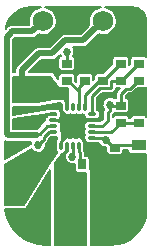
<source format=gtl>
%TF.FileFunction,Copper,L1,Top,Signal*%
%FSLAX46Y46*%
G04 Gerber Fmt 4.6, Leading zero omitted, Abs format (unit mm)*
G04 Created by KiCad (PCBNEW (2014-12-19 BZR 5328)-product) date 23/12/2014 01:10:06*
%MOMM*%
G01*
G04 APERTURE LIST*
%ADD10C,0.127000*%
%ADD11R,0.850000X1.650000*%
%ADD12R,0.650000X0.850000*%
%ADD13R,1.250000X0.850000*%
%ADD14R,0.850000X0.650000*%
%ADD15R,1.650000X0.850000*%
%ADD16C,1.750000*%
%ADD17R,2.050000X2.050000*%
%ADD18R,0.900000X0.900000*%
%ADD19C,0.685800*%
%ADD20O,0.280000X0.800000*%
%ADD21O,0.800000X0.280000*%
%ADD22R,1.500000X3.600000*%
%ADD23R,2.100000X0.950000*%
%ADD24C,0.225000*%
%ADD25C,0.500000*%
%ADD26C,0.254000*%
%ADD27C,0.200000*%
G04 APERTURE END LIST*
D10*
D11*
X130301000Y-95250000D03*
X133351000Y-95250000D03*
D12*
X130339000Y-93472000D03*
X131789000Y-93472000D03*
X130337498Y-92126811D03*
X131787498Y-92126811D03*
D13*
X135128000Y-90515000D03*
X135128000Y-92365000D03*
D14*
X133096000Y-90715000D03*
X133096000Y-92165000D03*
X127254000Y-85053000D03*
X127254000Y-83603000D03*
D15*
X125222000Y-85091000D03*
X125222000Y-82041000D03*
D16*
X129540000Y-97790000D03*
X132080000Y-97790000D03*
X127000000Y-80010000D03*
X129540000Y-80010000D03*
X132080000Y-80010000D03*
X134620000Y-80010000D03*
D17*
X129540000Y-88900000D03*
D18*
X128990000Y-88350000D03*
X130090000Y-88350000D03*
X130090000Y-89450000D03*
X128990000Y-89450000D03*
D19*
X128940000Y-88900000D03*
X130140000Y-88900000D03*
X129540000Y-88300000D03*
X129540000Y-89500000D03*
X129540000Y-88900000D03*
D20*
X128540000Y-90550000D03*
X129040000Y-90550000D03*
X129540000Y-90550000D03*
X130040000Y-90550000D03*
X130540000Y-90550000D03*
X130540000Y-87250000D03*
X130040000Y-87250000D03*
X129540000Y-87250000D03*
X129040000Y-87250000D03*
X128540000Y-87250000D03*
D21*
X131190000Y-89900000D03*
X131190000Y-89400000D03*
X131190000Y-88900000D03*
X131190000Y-88400000D03*
X131190000Y-87900000D03*
X127890000Y-87900000D03*
X127890000Y-88400000D03*
X127890000Y-88900000D03*
X127890000Y-89400000D03*
X127890000Y-89900000D03*
D22*
X128740520Y-93817440D03*
X124690520Y-93817440D03*
D23*
X125476000Y-88755000D03*
X125476000Y-86505000D03*
D14*
X130556000Y-85053000D03*
X130556000Y-83603000D03*
X129032000Y-83603000D03*
X129032000Y-85053000D03*
X132080000Y-85053000D03*
X132080000Y-83603000D03*
X133604000Y-85053000D03*
X133604000Y-83603000D03*
X135128000Y-85053000D03*
X135128000Y-83603000D03*
X135128000Y-88609000D03*
X135128000Y-87159000D03*
X133604000Y-87159000D03*
X133604000Y-88609000D03*
D19*
X125100000Y-79700000D03*
X124750000Y-90500000D03*
X125900000Y-97600000D03*
X131300000Y-82700000D03*
X134392885Y-86393047D03*
X126617329Y-90515594D03*
X129504189Y-91474700D03*
X132344301Y-90063301D03*
X129035615Y-82625705D03*
X132699324Y-87092437D03*
D24*
X130556000Y-83603000D02*
X130556000Y-83444000D01*
X130556000Y-83444000D02*
X131300000Y-82700000D01*
X127254000Y-83603000D02*
X127354000Y-83603000D01*
X129818499Y-84240501D02*
X130456000Y-83603000D01*
X127354000Y-83603000D02*
X127991501Y-84240501D01*
X127991501Y-84240501D02*
X129818499Y-84240501D01*
X130456000Y-83603000D02*
X130556000Y-83603000D01*
D25*
X125222000Y-82041000D02*
X127509000Y-82041000D01*
X127509000Y-82041000D02*
X129540000Y-80010000D01*
X132200000Y-82658000D02*
X132200000Y-82430000D01*
X132200000Y-82430000D02*
X134620000Y-80010000D01*
X132080000Y-83603000D02*
X132080000Y-82778000D01*
X132080000Y-82778000D02*
X132200000Y-82658000D01*
D24*
X132080000Y-96521000D02*
X133351000Y-95250000D01*
X132080000Y-97790000D02*
X132080000Y-96521000D01*
X135128000Y-87159000D02*
X135128000Y-87128162D01*
X135128000Y-87128162D02*
X134392885Y-86393047D01*
X133351000Y-95250000D02*
X133351000Y-94850000D01*
X133351000Y-94850000D02*
X131973000Y-93472000D01*
X131973000Y-93472000D02*
X131789000Y-93472000D01*
X131789000Y-93472000D02*
X131789000Y-92128313D01*
X131789000Y-92128313D02*
X131787498Y-92126811D01*
X133096000Y-92165000D02*
X131825687Y-92165000D01*
X131825687Y-92165000D02*
X131787498Y-92126811D01*
X130540000Y-90550000D02*
X130540000Y-90879313D01*
X130540000Y-90879313D02*
X131787498Y-92126811D01*
X125222000Y-82041000D02*
X125622000Y-82041000D01*
X127184000Y-83603000D02*
X127254000Y-83603000D01*
X131190000Y-88400000D02*
X130640000Y-88400000D01*
X130640000Y-88400000D02*
X130140000Y-88900000D01*
X128540000Y-87250000D02*
X128540000Y-87650055D01*
X128540000Y-87650055D02*
X128940000Y-88050055D01*
X128940000Y-88050055D02*
X128940000Y-88415067D01*
X128940000Y-88415067D02*
X128940000Y-88900000D01*
X127890000Y-88400000D02*
X128440000Y-88400000D01*
X128440000Y-88400000D02*
X128940000Y-88900000D01*
X128540000Y-90550000D02*
X128540000Y-90149945D01*
X128540000Y-90149945D02*
X129540000Y-89149945D01*
X129540000Y-89149945D02*
X129540000Y-88900000D01*
X130540000Y-90550000D02*
X130540000Y-90149945D01*
X130540000Y-90149945D02*
X130140000Y-89749945D01*
X130140000Y-89749945D02*
X130140000Y-89384933D01*
X130140000Y-89384933D02*
X130140000Y-88900000D01*
X132879000Y-91948000D02*
X133096000Y-92165000D01*
X135128000Y-92365000D02*
X133296000Y-92365000D01*
X133296000Y-92365000D02*
X133096000Y-92165000D01*
D26*
X130556000Y-83603000D02*
X132080000Y-83603000D01*
D24*
X130040000Y-90550000D02*
X130040000Y-91040517D01*
X130040000Y-91040517D02*
X130159590Y-91160107D01*
X130159590Y-91160107D02*
X130159590Y-91948903D01*
X130159590Y-91948903D02*
X130337498Y-92126811D01*
X127079683Y-90053240D02*
X126960228Y-90172695D01*
X127079683Y-89810372D02*
X127079683Y-90053240D01*
X127890000Y-89400000D02*
X127490055Y-89400000D01*
X126960228Y-90172695D02*
X126617329Y-90515594D01*
X127490055Y-89400000D02*
X127079683Y-89810372D01*
X129540000Y-91438889D02*
X129504189Y-91474700D01*
X129540000Y-90550000D02*
X129540000Y-91438889D01*
X132344301Y-90063301D02*
X132181000Y-89900000D01*
X133096000Y-90715000D02*
X132996000Y-90715000D01*
X132996000Y-90715000D02*
X132344301Y-90063301D01*
X135128000Y-90515000D02*
X133296000Y-90515000D01*
X133296000Y-90515000D02*
X133096000Y-90715000D01*
X132181000Y-89900000D02*
X131190000Y-89900000D01*
X125696000Y-93726000D02*
X124721000Y-93726000D01*
X127890000Y-91532000D02*
X125696000Y-93726000D01*
X127890000Y-89900000D02*
X127890000Y-91532000D01*
X127890000Y-87900000D02*
X127328857Y-87900000D01*
X126383000Y-88755000D02*
X127238000Y-87900000D01*
X127238000Y-87900000D02*
X127328857Y-87900000D01*
X125476000Y-88755000D02*
X126383000Y-88755000D01*
D25*
X127000000Y-80010000D02*
X126125001Y-80884999D01*
X124380462Y-80884999D02*
X123934252Y-81331209D01*
X126125001Y-80884999D02*
X124380462Y-80884999D01*
X123934252Y-81331209D02*
X123934252Y-89548254D01*
X123934252Y-89548254D02*
X124079886Y-89693888D01*
X124079886Y-89693888D02*
X126517173Y-89693888D01*
D24*
X124084499Y-81365999D02*
X124279744Y-81170754D01*
X124084499Y-89451001D02*
X124084499Y-81365999D01*
X124175999Y-89542501D02*
X124084499Y-89451001D01*
X126746500Y-89542501D02*
X124175999Y-89542501D01*
X127890000Y-88900000D02*
X127389001Y-88900000D01*
X127389001Y-88900000D02*
X126746500Y-89542501D01*
X131190000Y-88900000D02*
X132033898Y-88900000D01*
X132033898Y-88900000D02*
X132499680Y-88434218D01*
X132499680Y-88434218D02*
X132499680Y-87777014D01*
X132499680Y-87777014D02*
X132699324Y-87577370D01*
X132699324Y-87577370D02*
X132699324Y-87092437D01*
X129032000Y-83603000D02*
X129032000Y-82629320D01*
X129032000Y-82629320D02*
X129035615Y-82625705D01*
X132765887Y-87159000D02*
X132699324Y-87092437D01*
X133604000Y-87159000D02*
X132765887Y-87159000D01*
X133604000Y-86609000D02*
X133604000Y-87159000D01*
X133604000Y-86211938D02*
X133604000Y-86609000D01*
X134078292Y-85737646D02*
X133604000Y-86211938D01*
X134343354Y-85737646D02*
X134078292Y-85737646D01*
X135028000Y-85053000D02*
X134343354Y-85737646D01*
X135128000Y-85053000D02*
X135028000Y-85053000D01*
X132813000Y-89400000D02*
X133604000Y-88609000D01*
X131190000Y-89400000D02*
X132813000Y-89400000D01*
X135128000Y-88609000D02*
X133604000Y-88609000D01*
X131190000Y-87900000D02*
X131190000Y-86308974D01*
X131190000Y-86308974D02*
X131808473Y-85690501D01*
X132755001Y-85690501D02*
X132817501Y-85628001D01*
X131808473Y-85690501D02*
X132755001Y-85690501D01*
X132817501Y-85628001D02*
X132817501Y-85053000D01*
X132817501Y-85053000D02*
X133604000Y-85053000D01*
X135128000Y-83603000D02*
X135054000Y-83603000D01*
X135054000Y-83603000D02*
X133604000Y-85053000D01*
X131775136Y-85053000D02*
X132080000Y-85053000D01*
X130540000Y-87250000D02*
X130540000Y-86288136D01*
X130540000Y-86288136D02*
X131775136Y-85053000D01*
X133604000Y-83603000D02*
X133530000Y-83603000D01*
X133530000Y-83603000D02*
X132080000Y-85053000D01*
X130040000Y-87250000D02*
X130040000Y-85569000D01*
X130040000Y-85569000D02*
X130556000Y-85053000D01*
X130040000Y-87250000D02*
X130040000Y-85961000D01*
X130040000Y-85961000D02*
X129132000Y-85053000D01*
X129132000Y-85053000D02*
X129032000Y-85053000D01*
X130301000Y-95250000D02*
X130301000Y-97029000D01*
X130301000Y-97029000D02*
X129540000Y-97790000D01*
X129040000Y-90550000D02*
X129040000Y-90951365D01*
X129040000Y-90951365D02*
X128771000Y-91220365D01*
X128771000Y-91220365D02*
X128771000Y-93726000D01*
X130301000Y-95250000D02*
X129651000Y-95250000D01*
X129651000Y-95250000D02*
X128771000Y-94370000D01*
X128771000Y-94370000D02*
X128771000Y-93726000D01*
X130339000Y-93472000D02*
X129025000Y-93472000D01*
X129025000Y-93472000D02*
X128771000Y-93726000D01*
D25*
X131205001Y-80884999D02*
X132080000Y-80010000D01*
X130440000Y-81650000D02*
X131205001Y-80884999D01*
X126646990Y-82741010D02*
X127798953Y-82741010D01*
X125222000Y-84166000D02*
X126646990Y-82741010D01*
X125222000Y-85091000D02*
X125222000Y-84166000D01*
X127798953Y-82741010D02*
X128889962Y-81650000D01*
X128889962Y-81650000D02*
X130440000Y-81650000D01*
D24*
X127254000Y-85053000D02*
X127154000Y-85053000D01*
X127154000Y-85053000D02*
X125702000Y-86505000D01*
X125702000Y-86505000D02*
X125476000Y-86505000D01*
X125222000Y-85091000D02*
X125222000Y-86251000D01*
X125222000Y-86251000D02*
X125476000Y-86505000D01*
X129040000Y-87250000D02*
X129040000Y-86625000D01*
X129040000Y-86625000D02*
X128920000Y-86505000D01*
X128920000Y-86505000D02*
X126751000Y-86505000D01*
X126751000Y-86505000D02*
X125476000Y-86505000D01*
D27*
G36*
X130650000Y-98950500D02*
X128050000Y-98950500D01*
X128050000Y-92033688D01*
X128656588Y-91235545D01*
X128704827Y-91221348D01*
X128780928Y-91181563D01*
X128847852Y-91127755D01*
X128903050Y-91061972D01*
X128944420Y-90986721D01*
X128970385Y-90904868D01*
X128979957Y-90819530D01*
X128980000Y-90813387D01*
X128980000Y-90810003D01*
X129000000Y-90783688D01*
X129000000Y-90400000D01*
X129100000Y-90400000D01*
X129100000Y-90813387D01*
X129100000Y-90970843D01*
X129099396Y-90971239D01*
X129009316Y-91059452D01*
X128938085Y-91163482D01*
X128888417Y-91279366D01*
X128862204Y-91402690D01*
X128860444Y-91528757D01*
X128883203Y-91652765D01*
X128929616Y-91769990D01*
X128997914Y-91875968D01*
X129085496Y-91966662D01*
X129189026Y-92038617D01*
X129304561Y-92089093D01*
X129427699Y-92116167D01*
X129553750Y-92118807D01*
X129677914Y-92096914D01*
X129711046Y-92084062D01*
X129711046Y-92551811D01*
X129715003Y-92600493D01*
X129740265Y-92681279D01*
X129786990Y-92751858D01*
X129851494Y-92806665D01*
X129928692Y-92841379D01*
X129953471Y-92844892D01*
X130008579Y-92900000D01*
X130650000Y-92900000D01*
X130650000Y-98950500D01*
X130650000Y-98950500D01*
G37*
X130650000Y-98950500D02*
X128050000Y-98950500D01*
X128050000Y-92033688D01*
X128656588Y-91235545D01*
X128704827Y-91221348D01*
X128780928Y-91181563D01*
X128847852Y-91127755D01*
X128903050Y-91061972D01*
X128944420Y-90986721D01*
X128970385Y-90904868D01*
X128979957Y-90819530D01*
X128980000Y-90813387D01*
X128980000Y-90810003D01*
X129000000Y-90783688D01*
X129000000Y-90400000D01*
X129100000Y-90400000D01*
X129100000Y-90813387D01*
X129100000Y-90970843D01*
X129099396Y-90971239D01*
X129009316Y-91059452D01*
X128938085Y-91163482D01*
X128888417Y-91279366D01*
X128862204Y-91402690D01*
X128860444Y-91528757D01*
X128883203Y-91652765D01*
X128929616Y-91769990D01*
X128997914Y-91875968D01*
X129085496Y-91966662D01*
X129189026Y-92038617D01*
X129304561Y-92089093D01*
X129427699Y-92116167D01*
X129553750Y-92118807D01*
X129677914Y-92096914D01*
X129711046Y-92084062D01*
X129711046Y-92551811D01*
X129715003Y-92600493D01*
X129740265Y-92681279D01*
X129786990Y-92751858D01*
X129851494Y-92806665D01*
X129928692Y-92841379D01*
X129953471Y-92844892D01*
X130008579Y-92900000D01*
X130650000Y-92900000D01*
X130650000Y-98950500D01*
G36*
X128200000Y-91165414D02*
X127667787Y-91842776D01*
X125394023Y-95550000D01*
X123850000Y-95550000D01*
X123807500Y-95550000D01*
X123807500Y-92100000D01*
X123927698Y-92100000D01*
X126052088Y-90825365D01*
X126111054Y-90916862D01*
X126198636Y-91007556D01*
X126302166Y-91079511D01*
X126417701Y-91129987D01*
X126540839Y-91157061D01*
X126666890Y-91159701D01*
X126791054Y-91137808D01*
X126908601Y-91092214D01*
X127015053Y-91024658D01*
X127106356Y-90937711D01*
X127179032Y-90834686D01*
X127230313Y-90719507D01*
X127258246Y-90596561D01*
X127260207Y-90456079D01*
X127371365Y-90344921D01*
X127395556Y-90315469D01*
X127420042Y-90286289D01*
X127421086Y-90284388D01*
X127422464Y-90282712D01*
X127440468Y-90249134D01*
X127458826Y-90215741D01*
X127459482Y-90213672D01*
X127460507Y-90211761D01*
X127471644Y-90175332D01*
X127483169Y-90139004D01*
X127483410Y-90136848D01*
X127484045Y-90134774D01*
X127487897Y-90096848D01*
X127492143Y-90058999D01*
X127492172Y-90054764D01*
X127492181Y-90054680D01*
X127492173Y-90054601D01*
X127492183Y-90053240D01*
X127492183Y-89981235D01*
X127541999Y-89931419D01*
X127677698Y-89850000D01*
X128200000Y-89850000D01*
X128200000Y-89916468D01*
X128199641Y-89916896D01*
X128198596Y-89918796D01*
X128197219Y-89920473D01*
X128179214Y-89954050D01*
X128160857Y-89987444D01*
X128160200Y-89989512D01*
X128159176Y-89991424D01*
X128148038Y-90027852D01*
X128136514Y-90064181D01*
X128136272Y-90066336D01*
X128135638Y-90068411D01*
X128131785Y-90106336D01*
X128128505Y-90135582D01*
X128109615Y-90195132D01*
X128100043Y-90280470D01*
X128100000Y-90286613D01*
X128100000Y-90813387D01*
X128108380Y-90898850D01*
X128133200Y-90981058D01*
X128173515Y-91056879D01*
X128200000Y-91089353D01*
X128200000Y-91150000D01*
X128200000Y-91165414D01*
X128200000Y-91165414D01*
G37*
X128200000Y-91165414D02*
X127667787Y-91842776D01*
X125394023Y-95550000D01*
X123850000Y-95550000D01*
X123807500Y-95550000D01*
X123807500Y-92100000D01*
X123927698Y-92100000D01*
X126052088Y-90825365D01*
X126111054Y-90916862D01*
X126198636Y-91007556D01*
X126302166Y-91079511D01*
X126417701Y-91129987D01*
X126540839Y-91157061D01*
X126666890Y-91159701D01*
X126791054Y-91137808D01*
X126908601Y-91092214D01*
X127015053Y-91024658D01*
X127106356Y-90937711D01*
X127179032Y-90834686D01*
X127230313Y-90719507D01*
X127258246Y-90596561D01*
X127260207Y-90456079D01*
X127371365Y-90344921D01*
X127395556Y-90315469D01*
X127420042Y-90286289D01*
X127421086Y-90284388D01*
X127422464Y-90282712D01*
X127440468Y-90249134D01*
X127458826Y-90215741D01*
X127459482Y-90213672D01*
X127460507Y-90211761D01*
X127471644Y-90175332D01*
X127483169Y-90139004D01*
X127483410Y-90136848D01*
X127484045Y-90134774D01*
X127487897Y-90096848D01*
X127492143Y-90058999D01*
X127492172Y-90054764D01*
X127492181Y-90054680D01*
X127492173Y-90054601D01*
X127492183Y-90053240D01*
X127492183Y-89981235D01*
X127541999Y-89931419D01*
X127677698Y-89850000D01*
X128200000Y-89850000D01*
X128200000Y-89916468D01*
X128199641Y-89916896D01*
X128198596Y-89918796D01*
X128197219Y-89920473D01*
X128179214Y-89954050D01*
X128160857Y-89987444D01*
X128160200Y-89989512D01*
X128159176Y-89991424D01*
X128148038Y-90027852D01*
X128136514Y-90064181D01*
X128136272Y-90066336D01*
X128135638Y-90068411D01*
X128131785Y-90106336D01*
X128128505Y-90135582D01*
X128109615Y-90195132D01*
X128100043Y-90280470D01*
X128100000Y-90286613D01*
X128100000Y-90813387D01*
X128108380Y-90898850D01*
X128133200Y-90981058D01*
X128173515Y-91056879D01*
X128200000Y-91089353D01*
X128200000Y-91150000D01*
X128200000Y-91165414D01*
G36*
X128100000Y-87950000D02*
X127606010Y-87950000D01*
X127593903Y-87963207D01*
X127541150Y-87968380D01*
X127458942Y-87993200D01*
X127383121Y-88033515D01*
X127316574Y-88087789D01*
X127261836Y-88153955D01*
X127220993Y-88229493D01*
X127195600Y-88311526D01*
X127186624Y-88396928D01*
X127187500Y-88406556D01*
X126524342Y-89130001D01*
X124496999Y-89130001D01*
X124496999Y-88336057D01*
X127607765Y-87850000D01*
X128100000Y-87850000D01*
X128100000Y-87950000D01*
X128100000Y-87950000D01*
G37*
X128100000Y-87950000D02*
X127606010Y-87950000D01*
X127593903Y-87963207D01*
X127541150Y-87968380D01*
X127458942Y-87993200D01*
X127383121Y-88033515D01*
X127316574Y-88087789D01*
X127261836Y-88153955D01*
X127220993Y-88229493D01*
X127195600Y-88311526D01*
X127186624Y-88396928D01*
X127187500Y-88406556D01*
X126524342Y-89130001D01*
X124496999Y-89130001D01*
X124496999Y-88336057D01*
X127607765Y-87850000D01*
X128100000Y-87850000D01*
X128100000Y-87950000D01*
G36*
X129100000Y-87400000D02*
X129000000Y-87400000D01*
X129000000Y-86908579D01*
X128962558Y-86871137D01*
X128946800Y-86818942D01*
X128906485Y-86743121D01*
X128852211Y-86676574D01*
X128786045Y-86621836D01*
X128710507Y-86580993D01*
X128655336Y-86563915D01*
X128641421Y-86550000D01*
X128575192Y-86550000D01*
X128543072Y-86546624D01*
X128505976Y-86550000D01*
X128440866Y-86550000D01*
X126540866Y-86900000D01*
X124500000Y-86900000D01*
X124500000Y-84750000D01*
X127651540Y-84750000D01*
X128401540Y-85700000D01*
X129100000Y-85700000D01*
X129100000Y-86986613D01*
X129100000Y-87400000D01*
X129100000Y-87400000D01*
G37*
X129100000Y-87400000D02*
X129000000Y-87400000D01*
X129000000Y-86908579D01*
X128962558Y-86871137D01*
X128946800Y-86818942D01*
X128906485Y-86743121D01*
X128852211Y-86676574D01*
X128786045Y-86621836D01*
X128710507Y-86580993D01*
X128655336Y-86563915D01*
X128641421Y-86550000D01*
X128575192Y-86550000D01*
X128543072Y-86546624D01*
X128505976Y-86550000D01*
X128440866Y-86550000D01*
X126540866Y-86900000D01*
X124500000Y-86900000D01*
X124500000Y-84750000D01*
X127651540Y-84750000D01*
X128401540Y-85700000D01*
X129100000Y-85700000D01*
X129100000Y-86986613D01*
X129100000Y-87400000D01*
G36*
X126034290Y-90243888D02*
X126001557Y-90320260D01*
X125984759Y-90399287D01*
X123816905Y-91700000D01*
X123807500Y-91700000D01*
X123807500Y-90168933D01*
X123818741Y-90174960D01*
X123863218Y-90199412D01*
X123865971Y-90200285D01*
X123868524Y-90201654D01*
X123917152Y-90216521D01*
X123965535Y-90231869D01*
X123968407Y-90232191D01*
X123971174Y-90233037D01*
X124021756Y-90238175D01*
X124072207Y-90243834D01*
X124077856Y-90243873D01*
X124077967Y-90243885D01*
X124078070Y-90243875D01*
X124079886Y-90243888D01*
X126034290Y-90243888D01*
X126034290Y-90243888D01*
G37*
X126034290Y-90243888D02*
X126001557Y-90320260D01*
X125984759Y-90399287D01*
X123816905Y-91700000D01*
X123807500Y-91700000D01*
X123807500Y-90168933D01*
X123818741Y-90174960D01*
X123863218Y-90199412D01*
X123865971Y-90200285D01*
X123868524Y-90201654D01*
X123917152Y-90216521D01*
X123965535Y-90231869D01*
X123968407Y-90232191D01*
X123971174Y-90233037D01*
X124021756Y-90238175D01*
X124072207Y-90243834D01*
X124077856Y-90243873D01*
X124077967Y-90243885D01*
X124078070Y-90243875D01*
X124079886Y-90243888D01*
X126034290Y-90243888D01*
G36*
X126812649Y-78849500D02*
X126666644Y-78877352D01*
X126452993Y-78963673D01*
X126260178Y-79089847D01*
X126095543Y-79251070D01*
X125965358Y-79441201D01*
X125874582Y-79652996D01*
X125826673Y-79878390D01*
X125823456Y-80108797D01*
X125864971Y-80334999D01*
X124380462Y-80334999D01*
X124329900Y-80339956D01*
X124279289Y-80344385D01*
X124276512Y-80345191D01*
X124273633Y-80345474D01*
X124224985Y-80360161D01*
X124176210Y-80374332D01*
X124173642Y-80375662D01*
X124170873Y-80376499D01*
X124125983Y-80400367D01*
X124080910Y-80423731D01*
X124078652Y-80425533D01*
X124076097Y-80426892D01*
X124036686Y-80459033D01*
X123997021Y-80490699D01*
X123992996Y-80494667D01*
X123992913Y-80494735D01*
X123992849Y-80494811D01*
X123991553Y-80496090D01*
X123847030Y-80640612D01*
X123850660Y-80603590D01*
X123973337Y-80197262D01*
X124172597Y-79822508D01*
X124440856Y-79493591D01*
X124767890Y-79223045D01*
X125141246Y-79021172D01*
X125546704Y-78895662D01*
X125985910Y-78849500D01*
X126812649Y-78849500D01*
X126812649Y-78849500D01*
G37*
X126812649Y-78849500D02*
X126666644Y-78877352D01*
X126452993Y-78963673D01*
X126260178Y-79089847D01*
X126095543Y-79251070D01*
X125965358Y-79441201D01*
X125874582Y-79652996D01*
X125826673Y-79878390D01*
X125823456Y-80108797D01*
X125864971Y-80334999D01*
X124380462Y-80334999D01*
X124329900Y-80339956D01*
X124279289Y-80344385D01*
X124276512Y-80345191D01*
X124273633Y-80345474D01*
X124224985Y-80360161D01*
X124176210Y-80374332D01*
X124173642Y-80375662D01*
X124170873Y-80376499D01*
X124125983Y-80400367D01*
X124080910Y-80423731D01*
X124078652Y-80425533D01*
X124076097Y-80426892D01*
X124036686Y-80459033D01*
X123997021Y-80490699D01*
X123992996Y-80494667D01*
X123992913Y-80494735D01*
X123992849Y-80494811D01*
X123991553Y-80496090D01*
X123847030Y-80640612D01*
X123850660Y-80603590D01*
X123973337Y-80197262D01*
X124172597Y-79822508D01*
X124440856Y-79493591D01*
X124767890Y-79223045D01*
X125141246Y-79021172D01*
X125546704Y-78895662D01*
X125985910Y-78849500D01*
X126812649Y-78849500D01*
G36*
X127650000Y-98950500D02*
X127265507Y-98950500D01*
X126594770Y-98908006D01*
X125968397Y-98742218D01*
X125386157Y-98457925D01*
X124870227Y-98065958D01*
X124440255Y-97581242D01*
X124112618Y-97022240D01*
X123899801Y-96410249D01*
X123835322Y-95950000D01*
X123850000Y-95950000D01*
X125617932Y-95950000D01*
X127650000Y-92636844D01*
X127650000Y-98950500D01*
X127650000Y-98950500D01*
G37*
X127650000Y-98950500D02*
X127265507Y-98950500D01*
X126594770Y-98908006D01*
X125968397Y-98742218D01*
X125386157Y-98457925D01*
X124870227Y-98065958D01*
X124440255Y-97581242D01*
X124112618Y-97022240D01*
X123899801Y-96410249D01*
X123835322Y-95950000D01*
X123850000Y-95950000D01*
X125617932Y-95950000D01*
X127650000Y-92636844D01*
X127650000Y-98950500D01*
G36*
X131892649Y-78849500D02*
X131746644Y-78877352D01*
X131532993Y-78963673D01*
X131340178Y-79089847D01*
X131175543Y-79251070D01*
X131045358Y-79441201D01*
X130954582Y-79652996D01*
X130906673Y-79878390D01*
X130903456Y-80108797D01*
X130945053Y-80335441D01*
X130954040Y-80358141D01*
X130816092Y-80496090D01*
X130212182Y-81100000D01*
X128889962Y-81100000D01*
X128839400Y-81104957D01*
X128788789Y-81109386D01*
X128786012Y-81110192D01*
X128783133Y-81110475D01*
X128734452Y-81125172D01*
X128685709Y-81139334D01*
X128683144Y-81140663D01*
X128680373Y-81141500D01*
X128635466Y-81165377D01*
X128590410Y-81188732D01*
X128588152Y-81190534D01*
X128585597Y-81191893D01*
X128546186Y-81224034D01*
X128506521Y-81255700D01*
X128502500Y-81259664D01*
X128502413Y-81259736D01*
X128502346Y-81259816D01*
X128501053Y-81261092D01*
X127571134Y-82191010D01*
X126646990Y-82191010D01*
X126596428Y-82195967D01*
X126545817Y-82200396D01*
X126543040Y-82201202D01*
X126540161Y-82201485D01*
X126491513Y-82216172D01*
X126442738Y-82230343D01*
X126440170Y-82231673D01*
X126437401Y-82232510D01*
X126392511Y-82256378D01*
X126347438Y-82279742D01*
X126345180Y-82281544D01*
X126342625Y-82282903D01*
X126303214Y-82315044D01*
X126263549Y-82346710D01*
X126259524Y-82350678D01*
X126259441Y-82350746D01*
X126259377Y-82350822D01*
X126258081Y-82352101D01*
X124833091Y-83777091D01*
X124800849Y-83816343D01*
X124768188Y-83855268D01*
X124766793Y-83857804D01*
X124764959Y-83860038D01*
X124740948Y-83904816D01*
X124716476Y-83949332D01*
X124715602Y-83952086D01*
X124714234Y-83954638D01*
X124699366Y-84003266D01*
X124684019Y-84051649D01*
X124683696Y-84054521D01*
X124682851Y-84057288D01*
X124677712Y-84107874D01*
X124672054Y-84158321D01*
X124672014Y-84163968D01*
X124672003Y-84164080D01*
X124672012Y-84164183D01*
X124672000Y-84166000D01*
X124672000Y-84350000D01*
X124496999Y-84350000D01*
X124496999Y-81546280D01*
X124608280Y-81434999D01*
X126125001Y-81434999D01*
X126175562Y-81430041D01*
X126226174Y-81425613D01*
X126228950Y-81424806D01*
X126231830Y-81424524D01*
X126280477Y-81409836D01*
X126329253Y-81395666D01*
X126331820Y-81394335D01*
X126334590Y-81393499D01*
X126379479Y-81369630D01*
X126424553Y-81346267D01*
X126426810Y-81344464D01*
X126429366Y-81343106D01*
X126468776Y-81310964D01*
X126508442Y-81279299D01*
X126512466Y-81275330D01*
X126512550Y-81275263D01*
X126512613Y-81275186D01*
X126513910Y-81273908D01*
X126651356Y-81136461D01*
X126860202Y-81182379D01*
X127090581Y-81187205D01*
X127317510Y-81147192D01*
X127532344Y-81063863D01*
X127726902Y-80940392D01*
X127893773Y-80781484D01*
X128026600Y-80593190D01*
X128120324Y-80382682D01*
X128171375Y-80157979D01*
X128175050Y-79894785D01*
X128130293Y-79668744D01*
X128042483Y-79455702D01*
X127914965Y-79263772D01*
X127752597Y-79100267D01*
X127561562Y-78971412D01*
X127349138Y-78882117D01*
X127190239Y-78849500D01*
X131892649Y-78849500D01*
X131892649Y-78849500D01*
G37*
X131892649Y-78849500D02*
X131746644Y-78877352D01*
X131532993Y-78963673D01*
X131340178Y-79089847D01*
X131175543Y-79251070D01*
X131045358Y-79441201D01*
X130954582Y-79652996D01*
X130906673Y-79878390D01*
X130903456Y-80108797D01*
X130945053Y-80335441D01*
X130954040Y-80358141D01*
X130816092Y-80496090D01*
X130212182Y-81100000D01*
X128889962Y-81100000D01*
X128839400Y-81104957D01*
X128788789Y-81109386D01*
X128786012Y-81110192D01*
X128783133Y-81110475D01*
X128734452Y-81125172D01*
X128685709Y-81139334D01*
X128683144Y-81140663D01*
X128680373Y-81141500D01*
X128635466Y-81165377D01*
X128590410Y-81188732D01*
X128588152Y-81190534D01*
X128585597Y-81191893D01*
X128546186Y-81224034D01*
X128506521Y-81255700D01*
X128502500Y-81259664D01*
X128502413Y-81259736D01*
X128502346Y-81259816D01*
X128501053Y-81261092D01*
X127571134Y-82191010D01*
X126646990Y-82191010D01*
X126596428Y-82195967D01*
X126545817Y-82200396D01*
X126543040Y-82201202D01*
X126540161Y-82201485D01*
X126491513Y-82216172D01*
X126442738Y-82230343D01*
X126440170Y-82231673D01*
X126437401Y-82232510D01*
X126392511Y-82256378D01*
X126347438Y-82279742D01*
X126345180Y-82281544D01*
X126342625Y-82282903D01*
X126303214Y-82315044D01*
X126263549Y-82346710D01*
X126259524Y-82350678D01*
X126259441Y-82350746D01*
X126259377Y-82350822D01*
X126258081Y-82352101D01*
X124833091Y-83777091D01*
X124800849Y-83816343D01*
X124768188Y-83855268D01*
X124766793Y-83857804D01*
X124764959Y-83860038D01*
X124740948Y-83904816D01*
X124716476Y-83949332D01*
X124715602Y-83952086D01*
X124714234Y-83954638D01*
X124699366Y-84003266D01*
X124684019Y-84051649D01*
X124683696Y-84054521D01*
X124682851Y-84057288D01*
X124677712Y-84107874D01*
X124672054Y-84158321D01*
X124672014Y-84163968D01*
X124672003Y-84164080D01*
X124672012Y-84164183D01*
X124672000Y-84166000D01*
X124672000Y-84350000D01*
X124496999Y-84350000D01*
X124496999Y-81546280D01*
X124608280Y-81434999D01*
X126125001Y-81434999D01*
X126175562Y-81430041D01*
X126226174Y-81425613D01*
X126228950Y-81424806D01*
X126231830Y-81424524D01*
X126280477Y-81409836D01*
X126329253Y-81395666D01*
X126331820Y-81394335D01*
X126334590Y-81393499D01*
X126379479Y-81369630D01*
X126424553Y-81346267D01*
X126426810Y-81344464D01*
X126429366Y-81343106D01*
X126468776Y-81310964D01*
X126508442Y-81279299D01*
X126512466Y-81275330D01*
X126512550Y-81275263D01*
X126512613Y-81275186D01*
X126513910Y-81273908D01*
X126651356Y-81136461D01*
X126860202Y-81182379D01*
X127090581Y-81187205D01*
X127317510Y-81147192D01*
X127532344Y-81063863D01*
X127726902Y-80940392D01*
X127893773Y-80781484D01*
X128026600Y-80593190D01*
X128120324Y-80382682D01*
X128171375Y-80157979D01*
X128175050Y-79894785D01*
X128130293Y-79668744D01*
X128042483Y-79455702D01*
X127914965Y-79263772D01*
X127752597Y-79100267D01*
X127561562Y-78971412D01*
X127349138Y-78882117D01*
X127190239Y-78849500D01*
X131892649Y-78849500D01*
G36*
X135780500Y-83080961D02*
X135778508Y-83077953D01*
X135714004Y-83023146D01*
X135636806Y-82988432D01*
X135553000Y-82976548D01*
X134703000Y-82976548D01*
X134654318Y-82980505D01*
X134573532Y-83005767D01*
X134502953Y-83052492D01*
X134448146Y-83116996D01*
X134413432Y-83194194D01*
X134401548Y-83278000D01*
X134401548Y-83672088D01*
X134330452Y-83743184D01*
X134330452Y-83278000D01*
X134326495Y-83229318D01*
X134301233Y-83148532D01*
X134254508Y-83077953D01*
X134190004Y-83023146D01*
X134112806Y-82988432D01*
X134029000Y-82976548D01*
X133179000Y-82976548D01*
X133130318Y-82980505D01*
X133049532Y-83005767D01*
X132978953Y-83052492D01*
X132924146Y-83116996D01*
X132889432Y-83194194D01*
X132877548Y-83278000D01*
X132877548Y-83672088D01*
X132123088Y-84426548D01*
X131655000Y-84426548D01*
X131606318Y-84430505D01*
X131525532Y-84455767D01*
X131454953Y-84502492D01*
X131400146Y-84566996D01*
X131365432Y-84644194D01*
X131353548Y-84728000D01*
X131353548Y-84891224D01*
X131282452Y-84962320D01*
X131282452Y-84728000D01*
X131278495Y-84679318D01*
X131253233Y-84598532D01*
X131206508Y-84527953D01*
X131142004Y-84473146D01*
X131064806Y-84438432D01*
X130981000Y-84426548D01*
X130131000Y-84426548D01*
X130082318Y-84430505D01*
X130001532Y-84455767D01*
X129930953Y-84502492D01*
X129876146Y-84566996D01*
X129841432Y-84644194D01*
X129829548Y-84728000D01*
X129829548Y-85167184D01*
X129758452Y-85096088D01*
X129758452Y-84728000D01*
X129754495Y-84679318D01*
X129729233Y-84598532D01*
X129682508Y-84527953D01*
X129618004Y-84473146D01*
X129540806Y-84438432D01*
X129457000Y-84426548D01*
X128607000Y-84426548D01*
X128558318Y-84430505D01*
X128477532Y-84455767D01*
X128406953Y-84502492D01*
X128352146Y-84566996D01*
X128317432Y-84644194D01*
X128305548Y-84728000D01*
X128305548Y-84932878D01*
X127845381Y-84350000D01*
X125815818Y-84350000D01*
X126874808Y-83291010D01*
X127798953Y-83291010D01*
X127849514Y-83286052D01*
X127900126Y-83281624D01*
X127902902Y-83280817D01*
X127905782Y-83280535D01*
X127954429Y-83265847D01*
X128003205Y-83251677D01*
X128005772Y-83250346D01*
X128008542Y-83249510D01*
X128053431Y-83225641D01*
X128098505Y-83202278D01*
X128100762Y-83200475D01*
X128103318Y-83199117D01*
X128142728Y-83166975D01*
X128182394Y-83135310D01*
X128186418Y-83131341D01*
X128186502Y-83131274D01*
X128186565Y-83131197D01*
X128187862Y-83129919D01*
X128442816Y-82874963D01*
X128461042Y-82920995D01*
X128509276Y-82995840D01*
X128477532Y-83005767D01*
X128406953Y-83052492D01*
X128352146Y-83116996D01*
X128317432Y-83194194D01*
X128305548Y-83278000D01*
X128305548Y-83928000D01*
X128309505Y-83976682D01*
X128334767Y-84057468D01*
X128381492Y-84128047D01*
X128445996Y-84182854D01*
X128523194Y-84217568D01*
X128607000Y-84229452D01*
X129457000Y-84229452D01*
X129505682Y-84225495D01*
X129586468Y-84200233D01*
X129657047Y-84153508D01*
X129711854Y-84089004D01*
X129746568Y-84011806D01*
X129758452Y-83928000D01*
X129758452Y-83278000D01*
X129754495Y-83229318D01*
X129729233Y-83148532D01*
X129682508Y-83077953D01*
X129618004Y-83023146D01*
X129560340Y-82997216D01*
X129597318Y-82944797D01*
X129648599Y-82829618D01*
X129676532Y-82706672D01*
X129678543Y-82562665D01*
X129654054Y-82438987D01*
X129606009Y-82322421D01*
X129536238Y-82217407D01*
X129518952Y-82200000D01*
X130440000Y-82200000D01*
X130490561Y-82195042D01*
X130541173Y-82190614D01*
X130543949Y-82189807D01*
X130546829Y-82189525D01*
X130595476Y-82174837D01*
X130644252Y-82160667D01*
X130646819Y-82159336D01*
X130649589Y-82158500D01*
X130694478Y-82134631D01*
X130739552Y-82111268D01*
X130741809Y-82109465D01*
X130744365Y-82108107D01*
X130783775Y-82075965D01*
X130823441Y-82044300D01*
X130827465Y-82040331D01*
X130827549Y-82040264D01*
X130827612Y-82040187D01*
X130828909Y-82038909D01*
X131593910Y-81273908D01*
X131731356Y-81136461D01*
X131940202Y-81182379D01*
X132170581Y-81187205D01*
X132397510Y-81147192D01*
X132612344Y-81063863D01*
X132806902Y-80940392D01*
X132973773Y-80781484D01*
X133106600Y-80593190D01*
X133200324Y-80382682D01*
X133251375Y-80157979D01*
X133255050Y-79894785D01*
X133210293Y-79668744D01*
X133122483Y-79455702D01*
X132994965Y-79263772D01*
X132832597Y-79100267D01*
X132641562Y-78971412D01*
X132429138Y-78882117D01*
X132270239Y-78849500D01*
X134602224Y-78849500D01*
X134845070Y-78873311D01*
X135061568Y-78938676D01*
X135261248Y-79044848D01*
X135436500Y-79187780D01*
X135580653Y-79362032D01*
X135688215Y-79560963D01*
X135755089Y-79776996D01*
X135780500Y-80018764D01*
X135780500Y-83080961D01*
X135780500Y-83080961D01*
G37*
X135780500Y-83080961D02*
X135778508Y-83077953D01*
X135714004Y-83023146D01*
X135636806Y-82988432D01*
X135553000Y-82976548D01*
X134703000Y-82976548D01*
X134654318Y-82980505D01*
X134573532Y-83005767D01*
X134502953Y-83052492D01*
X134448146Y-83116996D01*
X134413432Y-83194194D01*
X134401548Y-83278000D01*
X134401548Y-83672088D01*
X134330452Y-83743184D01*
X134330452Y-83278000D01*
X134326495Y-83229318D01*
X134301233Y-83148532D01*
X134254508Y-83077953D01*
X134190004Y-83023146D01*
X134112806Y-82988432D01*
X134029000Y-82976548D01*
X133179000Y-82976548D01*
X133130318Y-82980505D01*
X133049532Y-83005767D01*
X132978953Y-83052492D01*
X132924146Y-83116996D01*
X132889432Y-83194194D01*
X132877548Y-83278000D01*
X132877548Y-83672088D01*
X132123088Y-84426548D01*
X131655000Y-84426548D01*
X131606318Y-84430505D01*
X131525532Y-84455767D01*
X131454953Y-84502492D01*
X131400146Y-84566996D01*
X131365432Y-84644194D01*
X131353548Y-84728000D01*
X131353548Y-84891224D01*
X131282452Y-84962320D01*
X131282452Y-84728000D01*
X131278495Y-84679318D01*
X131253233Y-84598532D01*
X131206508Y-84527953D01*
X131142004Y-84473146D01*
X131064806Y-84438432D01*
X130981000Y-84426548D01*
X130131000Y-84426548D01*
X130082318Y-84430505D01*
X130001532Y-84455767D01*
X129930953Y-84502492D01*
X129876146Y-84566996D01*
X129841432Y-84644194D01*
X129829548Y-84728000D01*
X129829548Y-85167184D01*
X129758452Y-85096088D01*
X129758452Y-84728000D01*
X129754495Y-84679318D01*
X129729233Y-84598532D01*
X129682508Y-84527953D01*
X129618004Y-84473146D01*
X129540806Y-84438432D01*
X129457000Y-84426548D01*
X128607000Y-84426548D01*
X128558318Y-84430505D01*
X128477532Y-84455767D01*
X128406953Y-84502492D01*
X128352146Y-84566996D01*
X128317432Y-84644194D01*
X128305548Y-84728000D01*
X128305548Y-84932878D01*
X127845381Y-84350000D01*
X125815818Y-84350000D01*
X126874808Y-83291010D01*
X127798953Y-83291010D01*
X127849514Y-83286052D01*
X127900126Y-83281624D01*
X127902902Y-83280817D01*
X127905782Y-83280535D01*
X127954429Y-83265847D01*
X128003205Y-83251677D01*
X128005772Y-83250346D01*
X128008542Y-83249510D01*
X128053431Y-83225641D01*
X128098505Y-83202278D01*
X128100762Y-83200475D01*
X128103318Y-83199117D01*
X128142728Y-83166975D01*
X128182394Y-83135310D01*
X128186418Y-83131341D01*
X128186502Y-83131274D01*
X128186565Y-83131197D01*
X128187862Y-83129919D01*
X128442816Y-82874963D01*
X128461042Y-82920995D01*
X128509276Y-82995840D01*
X128477532Y-83005767D01*
X128406953Y-83052492D01*
X128352146Y-83116996D01*
X128317432Y-83194194D01*
X128305548Y-83278000D01*
X128305548Y-83928000D01*
X128309505Y-83976682D01*
X128334767Y-84057468D01*
X128381492Y-84128047D01*
X128445996Y-84182854D01*
X128523194Y-84217568D01*
X128607000Y-84229452D01*
X129457000Y-84229452D01*
X129505682Y-84225495D01*
X129586468Y-84200233D01*
X129657047Y-84153508D01*
X129711854Y-84089004D01*
X129746568Y-84011806D01*
X129758452Y-83928000D01*
X129758452Y-83278000D01*
X129754495Y-83229318D01*
X129729233Y-83148532D01*
X129682508Y-83077953D01*
X129618004Y-83023146D01*
X129560340Y-82997216D01*
X129597318Y-82944797D01*
X129648599Y-82829618D01*
X129676532Y-82706672D01*
X129678543Y-82562665D01*
X129654054Y-82438987D01*
X129606009Y-82322421D01*
X129536238Y-82217407D01*
X129518952Y-82200000D01*
X130440000Y-82200000D01*
X130490561Y-82195042D01*
X130541173Y-82190614D01*
X130543949Y-82189807D01*
X130546829Y-82189525D01*
X130595476Y-82174837D01*
X130644252Y-82160667D01*
X130646819Y-82159336D01*
X130649589Y-82158500D01*
X130694478Y-82134631D01*
X130739552Y-82111268D01*
X130741809Y-82109465D01*
X130744365Y-82108107D01*
X130783775Y-82075965D01*
X130823441Y-82044300D01*
X130827465Y-82040331D01*
X130827549Y-82040264D01*
X130827612Y-82040187D01*
X130828909Y-82038909D01*
X131593910Y-81273908D01*
X131731356Y-81136461D01*
X131940202Y-81182379D01*
X132170581Y-81187205D01*
X132397510Y-81147192D01*
X132612344Y-81063863D01*
X132806902Y-80940392D01*
X132973773Y-80781484D01*
X133106600Y-80593190D01*
X133200324Y-80382682D01*
X133251375Y-80157979D01*
X133255050Y-79894785D01*
X133210293Y-79668744D01*
X133122483Y-79455702D01*
X132994965Y-79263772D01*
X132832597Y-79100267D01*
X132641562Y-78971412D01*
X132429138Y-78882117D01*
X132270239Y-78849500D01*
X134602224Y-78849500D01*
X134845070Y-78873311D01*
X135061568Y-78938676D01*
X135261248Y-79044848D01*
X135436500Y-79187780D01*
X135580653Y-79362032D01*
X135688215Y-79560963D01*
X135755089Y-79776996D01*
X135780500Y-80018764D01*
X135780500Y-83080961D01*
G36*
X135780500Y-88086961D02*
X135778508Y-88083953D01*
X135714004Y-88029146D01*
X135636806Y-87994432D01*
X135553000Y-87982548D01*
X134703000Y-87982548D01*
X134654318Y-87986505D01*
X134573532Y-88011767D01*
X134502953Y-88058492D01*
X134448146Y-88122996D01*
X134415093Y-88196500D01*
X134314356Y-88196500D01*
X134301233Y-88154532D01*
X134254508Y-88083953D01*
X134190004Y-88029146D01*
X134112806Y-87994432D01*
X134029000Y-87982548D01*
X133179000Y-87982548D01*
X133130318Y-87986505D01*
X133049532Y-88011767D01*
X132978953Y-88058492D01*
X132924146Y-88122996D01*
X132912180Y-88149606D01*
X132912180Y-87947877D01*
X132991005Y-87869052D01*
X133015193Y-87839604D01*
X133039683Y-87810419D01*
X133040727Y-87808518D01*
X133042105Y-87806842D01*
X133060109Y-87773264D01*
X133066929Y-87760858D01*
X133095194Y-87773568D01*
X133179000Y-87785452D01*
X134029000Y-87785452D01*
X134077682Y-87781495D01*
X134158468Y-87756233D01*
X134229047Y-87709508D01*
X134283854Y-87645004D01*
X134318568Y-87567806D01*
X134330452Y-87484000D01*
X134330452Y-86834000D01*
X134326495Y-86785318D01*
X134301233Y-86704532D01*
X134254508Y-86633953D01*
X134190004Y-86579146D01*
X134112806Y-86544432D01*
X134029000Y-86532548D01*
X134016500Y-86532548D01*
X134016500Y-86382801D01*
X134249155Y-86150146D01*
X134343354Y-86150146D01*
X134381286Y-86146426D01*
X134419234Y-86143107D01*
X134421317Y-86142501D01*
X134423476Y-86142290D01*
X134459967Y-86131272D01*
X134496543Y-86120646D01*
X134498467Y-86119648D01*
X134500546Y-86119021D01*
X134534204Y-86101124D01*
X134568017Y-86083598D01*
X134569712Y-86082244D01*
X134571628Y-86081226D01*
X134601177Y-86057125D01*
X134630935Y-86033371D01*
X134633954Y-86030393D01*
X134634016Y-86030344D01*
X134634062Y-86030287D01*
X134635036Y-86029328D01*
X134984911Y-85679452D01*
X135553000Y-85679452D01*
X135601682Y-85675495D01*
X135682468Y-85650233D01*
X135753047Y-85603508D01*
X135780500Y-85571197D01*
X135780500Y-88086961D01*
X135780500Y-88086961D01*
G37*
X135780500Y-88086961D02*
X135778508Y-88083953D01*
X135714004Y-88029146D01*
X135636806Y-87994432D01*
X135553000Y-87982548D01*
X134703000Y-87982548D01*
X134654318Y-87986505D01*
X134573532Y-88011767D01*
X134502953Y-88058492D01*
X134448146Y-88122996D01*
X134415093Y-88196500D01*
X134314356Y-88196500D01*
X134301233Y-88154532D01*
X134254508Y-88083953D01*
X134190004Y-88029146D01*
X134112806Y-87994432D01*
X134029000Y-87982548D01*
X133179000Y-87982548D01*
X133130318Y-87986505D01*
X133049532Y-88011767D01*
X132978953Y-88058492D01*
X132924146Y-88122996D01*
X132912180Y-88149606D01*
X132912180Y-87947877D01*
X132991005Y-87869052D01*
X133015193Y-87839604D01*
X133039683Y-87810419D01*
X133040727Y-87808518D01*
X133042105Y-87806842D01*
X133060109Y-87773264D01*
X133066929Y-87760858D01*
X133095194Y-87773568D01*
X133179000Y-87785452D01*
X134029000Y-87785452D01*
X134077682Y-87781495D01*
X134158468Y-87756233D01*
X134229047Y-87709508D01*
X134283854Y-87645004D01*
X134318568Y-87567806D01*
X134330452Y-87484000D01*
X134330452Y-86834000D01*
X134326495Y-86785318D01*
X134301233Y-86704532D01*
X134254508Y-86633953D01*
X134190004Y-86579146D01*
X134112806Y-86544432D01*
X134029000Y-86532548D01*
X134016500Y-86532548D01*
X134016500Y-86382801D01*
X134249155Y-86150146D01*
X134343354Y-86150146D01*
X134381286Y-86146426D01*
X134419234Y-86143107D01*
X134421317Y-86142501D01*
X134423476Y-86142290D01*
X134459967Y-86131272D01*
X134496543Y-86120646D01*
X134498467Y-86119648D01*
X134500546Y-86119021D01*
X134534204Y-86101124D01*
X134568017Y-86083598D01*
X134569712Y-86082244D01*
X134571628Y-86081226D01*
X134601177Y-86057125D01*
X134630935Y-86033371D01*
X134633954Y-86030393D01*
X134634016Y-86030344D01*
X134634062Y-86030287D01*
X134635036Y-86029328D01*
X134984911Y-85679452D01*
X135553000Y-85679452D01*
X135601682Y-85675495D01*
X135682468Y-85650233D01*
X135753047Y-85603508D01*
X135780500Y-85571197D01*
X135780500Y-88086961D01*
G36*
X135780500Y-96114207D02*
X135701149Y-96693283D01*
X135514368Y-97235656D01*
X135225798Y-97731414D01*
X134846430Y-98161684D01*
X134390713Y-98510074D01*
X133876003Y-98763313D01*
X133321918Y-98911752D01*
X132732351Y-98950884D01*
X132727700Y-98950722D01*
X132723882Y-98950962D01*
X132720075Y-98950535D01*
X132715000Y-98950500D01*
X131050000Y-98950500D01*
X131050000Y-92500000D01*
X130963950Y-92500000D01*
X130963950Y-91701811D01*
X130959993Y-91653129D01*
X130934731Y-91572343D01*
X130888006Y-91501764D01*
X130823502Y-91446957D01*
X130746304Y-91412243D01*
X130662498Y-91400359D01*
X130572090Y-91400359D01*
X130572090Y-91160107D01*
X130568370Y-91122169D01*
X130565051Y-91084228D01*
X130564445Y-91082144D01*
X130564234Y-91079985D01*
X130553212Y-91043481D01*
X130542590Y-91006918D01*
X130541592Y-91004993D01*
X130540965Y-91002915D01*
X130523068Y-90969256D01*
X130505542Y-90935444D01*
X130504188Y-90933748D01*
X130503170Y-90931833D01*
X130479094Y-90902313D01*
X130471709Y-90893061D01*
X130479957Y-90819530D01*
X130480000Y-90813387D01*
X130480000Y-90286613D01*
X130471620Y-90201150D01*
X130446800Y-90118942D01*
X130406485Y-90043121D01*
X130352211Y-89976574D01*
X130286045Y-89921836D01*
X130210507Y-89880993D01*
X130128474Y-89855600D01*
X130043072Y-89846624D01*
X129957552Y-89854407D01*
X129875173Y-89878652D01*
X129799072Y-89918437D01*
X129790381Y-89925423D01*
X129786045Y-89921836D01*
X129710507Y-89880993D01*
X129628474Y-89855600D01*
X129543072Y-89846624D01*
X129457552Y-89854407D01*
X129375173Y-89878652D01*
X129299072Y-89918437D01*
X129290381Y-89925423D01*
X129286045Y-89921836D01*
X129210507Y-89880993D01*
X129128474Y-89855600D01*
X129043072Y-89846624D01*
X128957552Y-89854407D01*
X128875173Y-89878652D01*
X128799072Y-89918437D01*
X128732148Y-89972245D01*
X128708858Y-90000000D01*
X128600000Y-90000000D01*
X128600000Y-89450000D01*
X128588443Y-89450000D01*
X128593376Y-89403072D01*
X128585593Y-89317552D01*
X128561348Y-89235173D01*
X128521563Y-89159072D01*
X128514576Y-89150381D01*
X128518164Y-89146045D01*
X128559007Y-89070507D01*
X128584400Y-88988474D01*
X128593376Y-88903072D01*
X128585593Y-88817552D01*
X128561348Y-88735173D01*
X128521563Y-88659072D01*
X128467755Y-88592148D01*
X128401972Y-88536950D01*
X128326721Y-88495580D01*
X128244868Y-88469615D01*
X128159530Y-88460043D01*
X128153387Y-88460000D01*
X127681137Y-88460000D01*
X127781971Y-88350000D01*
X128500000Y-88350000D01*
X128500000Y-88168001D01*
X128518164Y-88146045D01*
X128559007Y-88070507D01*
X128584400Y-87988474D01*
X128593376Y-87903072D01*
X128585593Y-87817552D01*
X128561348Y-87735173D01*
X128521563Y-87659072D01*
X128500000Y-87632252D01*
X128500000Y-87450000D01*
X127576704Y-87450000D01*
X127336704Y-87487500D01*
X127328857Y-87487500D01*
X127238000Y-87487500D01*
X127200107Y-87491215D01*
X127162121Y-87494539D01*
X127160037Y-87495144D01*
X127157878Y-87495356D01*
X127121374Y-87506377D01*
X127084811Y-87517000D01*
X127082886Y-87517997D01*
X127080808Y-87518625D01*
X127057213Y-87531170D01*
X124496999Y-87931203D01*
X124496999Y-87300000D01*
X126577401Y-87300000D01*
X128475995Y-86950259D01*
X128600000Y-87074264D01*
X128600000Y-87513387D01*
X128600000Y-87800000D01*
X128708683Y-87800000D01*
X128727789Y-87823426D01*
X128793955Y-87878164D01*
X128869493Y-87919007D01*
X128951526Y-87944400D01*
X129036928Y-87953376D01*
X129122448Y-87945593D01*
X129204827Y-87921348D01*
X129280928Y-87881563D01*
X129289618Y-87874576D01*
X129293955Y-87878164D01*
X129369493Y-87919007D01*
X129451526Y-87944400D01*
X129536928Y-87953376D01*
X129622448Y-87945593D01*
X129704827Y-87921348D01*
X129780928Y-87881563D01*
X129789618Y-87874576D01*
X129793955Y-87878164D01*
X129869493Y-87919007D01*
X129951526Y-87944400D01*
X130036928Y-87953376D01*
X130122448Y-87945593D01*
X130204827Y-87921348D01*
X130280928Y-87881563D01*
X130289618Y-87874576D01*
X130293955Y-87878164D01*
X130369493Y-87919007D01*
X130451526Y-87944400D01*
X130491325Y-87948582D01*
X130494407Y-87982448D01*
X130518652Y-88064827D01*
X130558437Y-88140928D01*
X130612245Y-88207852D01*
X130678028Y-88263050D01*
X130753279Y-88304420D01*
X130835132Y-88330385D01*
X130920470Y-88339957D01*
X130926613Y-88340000D01*
X131453387Y-88340000D01*
X131538850Y-88331620D01*
X131621058Y-88306800D01*
X131696879Y-88266485D01*
X131763426Y-88212211D01*
X131818164Y-88146045D01*
X131859007Y-88070507D01*
X131884400Y-87988474D01*
X131893376Y-87903072D01*
X131885593Y-87817552D01*
X131861348Y-87735173D01*
X131821563Y-87659072D01*
X131767755Y-87592148D01*
X131701972Y-87536950D01*
X131626721Y-87495580D01*
X131602500Y-87487896D01*
X131602500Y-86479837D01*
X131979336Y-86103001D01*
X132755001Y-86103001D01*
X132792933Y-86099281D01*
X132830881Y-86095962D01*
X132832964Y-86095356D01*
X132835123Y-86095145D01*
X132871614Y-86084127D01*
X132908190Y-86073501D01*
X132910114Y-86072503D01*
X132912193Y-86071876D01*
X132945851Y-86053979D01*
X132979664Y-86036453D01*
X132981359Y-86035099D01*
X132983275Y-86034081D01*
X133012824Y-86009980D01*
X133042582Y-85986226D01*
X133045601Y-85983248D01*
X133045663Y-85983199D01*
X133045709Y-85983142D01*
X133046683Y-85982183D01*
X133109182Y-85919683D01*
X133133370Y-85890235D01*
X133157860Y-85861050D01*
X133158904Y-85859149D01*
X133160282Y-85857473D01*
X133178296Y-85823876D01*
X133196644Y-85790502D01*
X133197299Y-85788435D01*
X133198325Y-85786523D01*
X133209467Y-85750079D01*
X133220987Y-85713765D01*
X133221228Y-85711609D01*
X133221863Y-85709535D01*
X133224918Y-85679452D01*
X133553122Y-85679452D01*
X133312318Y-85920256D01*
X133288105Y-85949733D01*
X133263641Y-85978889D01*
X133262596Y-85980789D01*
X133261219Y-85982466D01*
X133243214Y-86016043D01*
X133224857Y-86049437D01*
X133224200Y-86051505D01*
X133223176Y-86053417D01*
X133212038Y-86089845D01*
X133200514Y-86126174D01*
X133200272Y-86128329D01*
X133199638Y-86130404D01*
X133195785Y-86168329D01*
X133191540Y-86206179D01*
X133191510Y-86210413D01*
X133191502Y-86210498D01*
X133191509Y-86210576D01*
X133191500Y-86211938D01*
X133191500Y-86532548D01*
X133179000Y-86532548D01*
X133130318Y-86536505D01*
X133058266Y-86559035D01*
X133006582Y-86524174D01*
X132890355Y-86475317D01*
X132766851Y-86449965D01*
X132640774Y-86449085D01*
X132516928Y-86472710D01*
X132400030Y-86519940D01*
X132294531Y-86588976D01*
X132204451Y-86677189D01*
X132133220Y-86781219D01*
X132083552Y-86897103D01*
X132057339Y-87020427D01*
X132055579Y-87146494D01*
X132078338Y-87270502D01*
X132124751Y-87387727D01*
X132193049Y-87493705D01*
X132197410Y-87498221D01*
X132183785Y-87514809D01*
X132159321Y-87543965D01*
X132158276Y-87545865D01*
X132156899Y-87547542D01*
X132138894Y-87581119D01*
X132120537Y-87614513D01*
X132119880Y-87616581D01*
X132118856Y-87618493D01*
X132107718Y-87654921D01*
X132096194Y-87691250D01*
X132095952Y-87693405D01*
X132095318Y-87695480D01*
X132091465Y-87733405D01*
X132087220Y-87771255D01*
X132087190Y-87775489D01*
X132087182Y-87775574D01*
X132087189Y-87775652D01*
X132087180Y-87777014D01*
X132087180Y-88263354D01*
X131863034Y-88487500D01*
X131601249Y-88487500D01*
X131544868Y-88469615D01*
X131459530Y-88460043D01*
X131453387Y-88460000D01*
X130926613Y-88460000D01*
X130841150Y-88468380D01*
X130758942Y-88493200D01*
X130683121Y-88533515D01*
X130616574Y-88587789D01*
X130561836Y-88653955D01*
X130520993Y-88729493D01*
X130495600Y-88811526D01*
X130486624Y-88896928D01*
X130494407Y-88982448D01*
X130518652Y-89064827D01*
X130558437Y-89140928D01*
X130565423Y-89149618D01*
X130561836Y-89153955D01*
X130520993Y-89229493D01*
X130495600Y-89311526D01*
X130486624Y-89396928D01*
X130494407Y-89482448D01*
X130518652Y-89564827D01*
X130558437Y-89640928D01*
X130565423Y-89649618D01*
X130561836Y-89653955D01*
X130520993Y-89729493D01*
X130495600Y-89811526D01*
X130486624Y-89896928D01*
X130494407Y-89982448D01*
X130518652Y-90064827D01*
X130558437Y-90140928D01*
X130612245Y-90207852D01*
X130678028Y-90263050D01*
X130753279Y-90304420D01*
X130835132Y-90330385D01*
X130920470Y-90339957D01*
X130926613Y-90340000D01*
X131453387Y-90340000D01*
X131538850Y-90331620D01*
X131602178Y-90312500D01*
X131751479Y-90312500D01*
X131769728Y-90358591D01*
X131838026Y-90464569D01*
X131925608Y-90555263D01*
X132029138Y-90627218D01*
X132144673Y-90677694D01*
X132267811Y-90704768D01*
X132369548Y-90706898D01*
X132369548Y-91040000D01*
X132373505Y-91088682D01*
X132398767Y-91169468D01*
X132445492Y-91240047D01*
X132509996Y-91294854D01*
X132587194Y-91329568D01*
X132671000Y-91341452D01*
X133521000Y-91341452D01*
X133569682Y-91337495D01*
X133650468Y-91312233D01*
X133721047Y-91265508D01*
X133775854Y-91201004D01*
X133810568Y-91123806D01*
X133822452Y-91040000D01*
X133822452Y-90927500D01*
X134201548Y-90927500D01*
X134201548Y-90940000D01*
X134205505Y-90988682D01*
X134230767Y-91069468D01*
X134277492Y-91140047D01*
X134341996Y-91194854D01*
X134419194Y-91229568D01*
X134503000Y-91241452D01*
X135753000Y-91241452D01*
X135780500Y-91239216D01*
X135780500Y-96114207D01*
X135780500Y-96114207D01*
G37*
X135780500Y-96114207D02*
X135701149Y-96693283D01*
X135514368Y-97235656D01*
X135225798Y-97731414D01*
X134846430Y-98161684D01*
X134390713Y-98510074D01*
X133876003Y-98763313D01*
X133321918Y-98911752D01*
X132732351Y-98950884D01*
X132727700Y-98950722D01*
X132723882Y-98950962D01*
X132720075Y-98950535D01*
X132715000Y-98950500D01*
X131050000Y-98950500D01*
X131050000Y-92500000D01*
X130963950Y-92500000D01*
X130963950Y-91701811D01*
X130959993Y-91653129D01*
X130934731Y-91572343D01*
X130888006Y-91501764D01*
X130823502Y-91446957D01*
X130746304Y-91412243D01*
X130662498Y-91400359D01*
X130572090Y-91400359D01*
X130572090Y-91160107D01*
X130568370Y-91122169D01*
X130565051Y-91084228D01*
X130564445Y-91082144D01*
X130564234Y-91079985D01*
X130553212Y-91043481D01*
X130542590Y-91006918D01*
X130541592Y-91004993D01*
X130540965Y-91002915D01*
X130523068Y-90969256D01*
X130505542Y-90935444D01*
X130504188Y-90933748D01*
X130503170Y-90931833D01*
X130479094Y-90902313D01*
X130471709Y-90893061D01*
X130479957Y-90819530D01*
X130480000Y-90813387D01*
X130480000Y-90286613D01*
X130471620Y-90201150D01*
X130446800Y-90118942D01*
X130406485Y-90043121D01*
X130352211Y-89976574D01*
X130286045Y-89921836D01*
X130210507Y-89880993D01*
X130128474Y-89855600D01*
X130043072Y-89846624D01*
X129957552Y-89854407D01*
X129875173Y-89878652D01*
X129799072Y-89918437D01*
X129790381Y-89925423D01*
X129786045Y-89921836D01*
X129710507Y-89880993D01*
X129628474Y-89855600D01*
X129543072Y-89846624D01*
X129457552Y-89854407D01*
X129375173Y-89878652D01*
X129299072Y-89918437D01*
X129290381Y-89925423D01*
X129286045Y-89921836D01*
X129210507Y-89880993D01*
X129128474Y-89855600D01*
X129043072Y-89846624D01*
X128957552Y-89854407D01*
X128875173Y-89878652D01*
X128799072Y-89918437D01*
X128732148Y-89972245D01*
X128708858Y-90000000D01*
X128600000Y-90000000D01*
X128600000Y-89450000D01*
X128588443Y-89450000D01*
X128593376Y-89403072D01*
X128585593Y-89317552D01*
X128561348Y-89235173D01*
X128521563Y-89159072D01*
X128514576Y-89150381D01*
X128518164Y-89146045D01*
X128559007Y-89070507D01*
X128584400Y-88988474D01*
X128593376Y-88903072D01*
X128585593Y-88817552D01*
X128561348Y-88735173D01*
X128521563Y-88659072D01*
X128467755Y-88592148D01*
X128401972Y-88536950D01*
X128326721Y-88495580D01*
X128244868Y-88469615D01*
X128159530Y-88460043D01*
X128153387Y-88460000D01*
X127681137Y-88460000D01*
X127781971Y-88350000D01*
X128500000Y-88350000D01*
X128500000Y-88168001D01*
X128518164Y-88146045D01*
X128559007Y-88070507D01*
X128584400Y-87988474D01*
X128593376Y-87903072D01*
X128585593Y-87817552D01*
X128561348Y-87735173D01*
X128521563Y-87659072D01*
X128500000Y-87632252D01*
X128500000Y-87450000D01*
X127576704Y-87450000D01*
X127336704Y-87487500D01*
X127328857Y-87487500D01*
X127238000Y-87487500D01*
X127200107Y-87491215D01*
X127162121Y-87494539D01*
X127160037Y-87495144D01*
X127157878Y-87495356D01*
X127121374Y-87506377D01*
X127084811Y-87517000D01*
X127082886Y-87517997D01*
X127080808Y-87518625D01*
X127057213Y-87531170D01*
X124496999Y-87931203D01*
X124496999Y-87300000D01*
X126577401Y-87300000D01*
X128475995Y-86950259D01*
X128600000Y-87074264D01*
X128600000Y-87513387D01*
X128600000Y-87800000D01*
X128708683Y-87800000D01*
X128727789Y-87823426D01*
X128793955Y-87878164D01*
X128869493Y-87919007D01*
X128951526Y-87944400D01*
X129036928Y-87953376D01*
X129122448Y-87945593D01*
X129204827Y-87921348D01*
X129280928Y-87881563D01*
X129289618Y-87874576D01*
X129293955Y-87878164D01*
X129369493Y-87919007D01*
X129451526Y-87944400D01*
X129536928Y-87953376D01*
X129622448Y-87945593D01*
X129704827Y-87921348D01*
X129780928Y-87881563D01*
X129789618Y-87874576D01*
X129793955Y-87878164D01*
X129869493Y-87919007D01*
X129951526Y-87944400D01*
X130036928Y-87953376D01*
X130122448Y-87945593D01*
X130204827Y-87921348D01*
X130280928Y-87881563D01*
X130289618Y-87874576D01*
X130293955Y-87878164D01*
X130369493Y-87919007D01*
X130451526Y-87944400D01*
X130491325Y-87948582D01*
X130494407Y-87982448D01*
X130518652Y-88064827D01*
X130558437Y-88140928D01*
X130612245Y-88207852D01*
X130678028Y-88263050D01*
X130753279Y-88304420D01*
X130835132Y-88330385D01*
X130920470Y-88339957D01*
X130926613Y-88340000D01*
X131453387Y-88340000D01*
X131538850Y-88331620D01*
X131621058Y-88306800D01*
X131696879Y-88266485D01*
X131763426Y-88212211D01*
X131818164Y-88146045D01*
X131859007Y-88070507D01*
X131884400Y-87988474D01*
X131893376Y-87903072D01*
X131885593Y-87817552D01*
X131861348Y-87735173D01*
X131821563Y-87659072D01*
X131767755Y-87592148D01*
X131701972Y-87536950D01*
X131626721Y-87495580D01*
X131602500Y-87487896D01*
X131602500Y-86479837D01*
X131979336Y-86103001D01*
X132755001Y-86103001D01*
X132792933Y-86099281D01*
X132830881Y-86095962D01*
X132832964Y-86095356D01*
X132835123Y-86095145D01*
X132871614Y-86084127D01*
X132908190Y-86073501D01*
X132910114Y-86072503D01*
X132912193Y-86071876D01*
X132945851Y-86053979D01*
X132979664Y-86036453D01*
X132981359Y-86035099D01*
X132983275Y-86034081D01*
X133012824Y-86009980D01*
X133042582Y-85986226D01*
X133045601Y-85983248D01*
X133045663Y-85983199D01*
X133045709Y-85983142D01*
X133046683Y-85982183D01*
X133109182Y-85919683D01*
X133133370Y-85890235D01*
X133157860Y-85861050D01*
X133158904Y-85859149D01*
X133160282Y-85857473D01*
X133178296Y-85823876D01*
X133196644Y-85790502D01*
X133197299Y-85788435D01*
X133198325Y-85786523D01*
X133209467Y-85750079D01*
X133220987Y-85713765D01*
X133221228Y-85711609D01*
X133221863Y-85709535D01*
X133224918Y-85679452D01*
X133553122Y-85679452D01*
X133312318Y-85920256D01*
X133288105Y-85949733D01*
X133263641Y-85978889D01*
X133262596Y-85980789D01*
X133261219Y-85982466D01*
X133243214Y-86016043D01*
X133224857Y-86049437D01*
X133224200Y-86051505D01*
X133223176Y-86053417D01*
X133212038Y-86089845D01*
X133200514Y-86126174D01*
X133200272Y-86128329D01*
X133199638Y-86130404D01*
X133195785Y-86168329D01*
X133191540Y-86206179D01*
X133191510Y-86210413D01*
X133191502Y-86210498D01*
X133191509Y-86210576D01*
X133191500Y-86211938D01*
X133191500Y-86532548D01*
X133179000Y-86532548D01*
X133130318Y-86536505D01*
X133058266Y-86559035D01*
X133006582Y-86524174D01*
X132890355Y-86475317D01*
X132766851Y-86449965D01*
X132640774Y-86449085D01*
X132516928Y-86472710D01*
X132400030Y-86519940D01*
X132294531Y-86588976D01*
X132204451Y-86677189D01*
X132133220Y-86781219D01*
X132083552Y-86897103D01*
X132057339Y-87020427D01*
X132055579Y-87146494D01*
X132078338Y-87270502D01*
X132124751Y-87387727D01*
X132193049Y-87493705D01*
X132197410Y-87498221D01*
X132183785Y-87514809D01*
X132159321Y-87543965D01*
X132158276Y-87545865D01*
X132156899Y-87547542D01*
X132138894Y-87581119D01*
X132120537Y-87614513D01*
X132119880Y-87616581D01*
X132118856Y-87618493D01*
X132107718Y-87654921D01*
X132096194Y-87691250D01*
X132095952Y-87693405D01*
X132095318Y-87695480D01*
X132091465Y-87733405D01*
X132087220Y-87771255D01*
X132087190Y-87775489D01*
X132087182Y-87775574D01*
X132087189Y-87775652D01*
X132087180Y-87777014D01*
X132087180Y-88263354D01*
X131863034Y-88487500D01*
X131601249Y-88487500D01*
X131544868Y-88469615D01*
X131459530Y-88460043D01*
X131453387Y-88460000D01*
X130926613Y-88460000D01*
X130841150Y-88468380D01*
X130758942Y-88493200D01*
X130683121Y-88533515D01*
X130616574Y-88587789D01*
X130561836Y-88653955D01*
X130520993Y-88729493D01*
X130495600Y-88811526D01*
X130486624Y-88896928D01*
X130494407Y-88982448D01*
X130518652Y-89064827D01*
X130558437Y-89140928D01*
X130565423Y-89149618D01*
X130561836Y-89153955D01*
X130520993Y-89229493D01*
X130495600Y-89311526D01*
X130486624Y-89396928D01*
X130494407Y-89482448D01*
X130518652Y-89564827D01*
X130558437Y-89640928D01*
X130565423Y-89649618D01*
X130561836Y-89653955D01*
X130520993Y-89729493D01*
X130495600Y-89811526D01*
X130486624Y-89896928D01*
X130494407Y-89982448D01*
X130518652Y-90064827D01*
X130558437Y-90140928D01*
X130612245Y-90207852D01*
X130678028Y-90263050D01*
X130753279Y-90304420D01*
X130835132Y-90330385D01*
X130920470Y-90339957D01*
X130926613Y-90340000D01*
X131453387Y-90340000D01*
X131538850Y-90331620D01*
X131602178Y-90312500D01*
X131751479Y-90312500D01*
X131769728Y-90358591D01*
X131838026Y-90464569D01*
X131925608Y-90555263D01*
X132029138Y-90627218D01*
X132144673Y-90677694D01*
X132267811Y-90704768D01*
X132369548Y-90706898D01*
X132369548Y-91040000D01*
X132373505Y-91088682D01*
X132398767Y-91169468D01*
X132445492Y-91240047D01*
X132509996Y-91294854D01*
X132587194Y-91329568D01*
X132671000Y-91341452D01*
X133521000Y-91341452D01*
X133569682Y-91337495D01*
X133650468Y-91312233D01*
X133721047Y-91265508D01*
X133775854Y-91201004D01*
X133810568Y-91123806D01*
X133822452Y-91040000D01*
X133822452Y-90927500D01*
X134201548Y-90927500D01*
X134201548Y-90940000D01*
X134205505Y-90988682D01*
X134230767Y-91069468D01*
X134277492Y-91140047D01*
X134341996Y-91194854D01*
X134419194Y-91229568D01*
X134503000Y-91241452D01*
X135753000Y-91241452D01*
X135780500Y-91239216D01*
X135780500Y-96114207D01*
M02*

</source>
